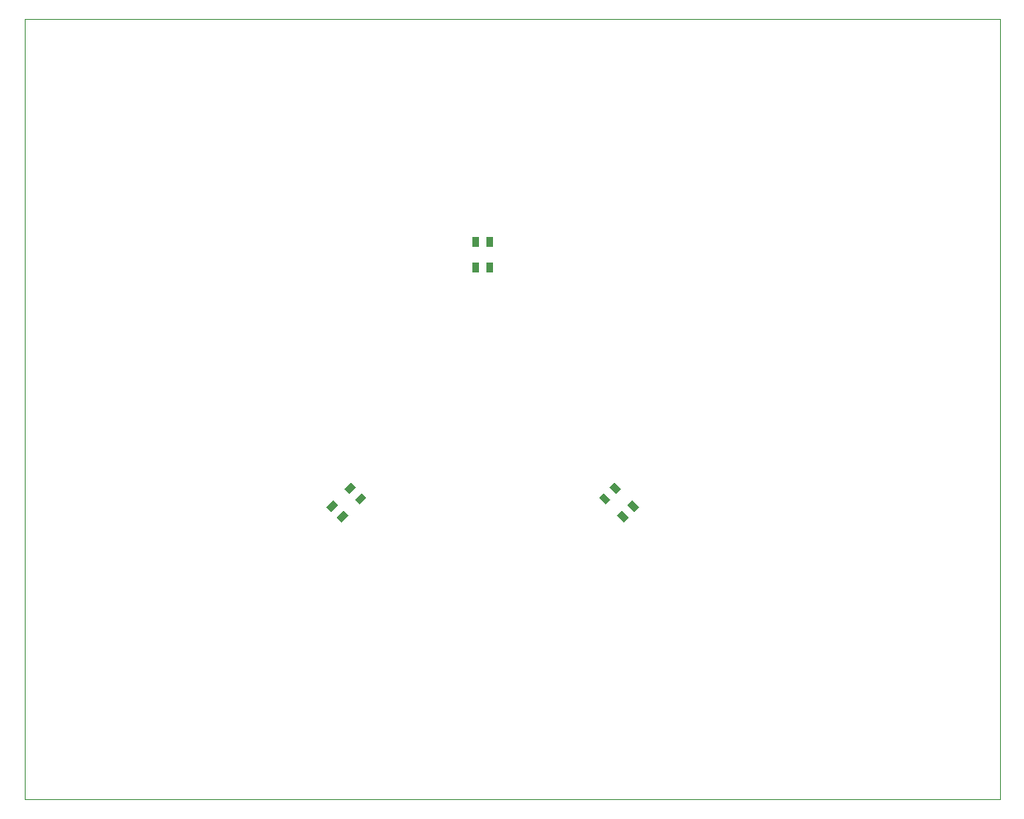
<source format=gbp>
G75*
%MOIN*%
%OFA0B0*%
%FSLAX24Y24*%
%IPPOS*%
%LPD*%
%AMOC8*
5,1,8,0,0,1.08239X$1,22.5*
%
%ADD10C,0.0000*%
%ADD11R,0.0276X0.0394*%
D10*
X000100Y000100D02*
X000100Y031596D01*
X039470Y031596D01*
X039470Y000100D01*
X000100Y000100D01*
D11*
G36*
X012988Y011765D02*
X013183Y011570D01*
X012906Y011293D01*
X012711Y011488D01*
X012988Y011765D01*
G37*
G36*
X012570Y012183D02*
X012765Y011988D01*
X012488Y011711D01*
X012293Y011906D01*
X012570Y012183D01*
G37*
G36*
X013294Y012907D02*
X013489Y012712D01*
X013212Y012435D01*
X013017Y012630D01*
X013294Y012907D01*
G37*
G36*
X013712Y012489D02*
X013907Y012294D01*
X013630Y012017D01*
X013435Y012212D01*
X013712Y012489D01*
G37*
G36*
X023293Y012294D02*
X023488Y012489D01*
X023765Y012212D01*
X023570Y012017D01*
X023293Y012294D01*
G37*
G36*
X023711Y012712D02*
X023906Y012907D01*
X024183Y012630D01*
X023988Y012435D01*
X023711Y012712D01*
G37*
G36*
X024435Y011988D02*
X024630Y012183D01*
X024907Y011906D01*
X024712Y011711D01*
X024435Y011988D01*
G37*
G36*
X024017Y011570D02*
X024212Y011765D01*
X024489Y011488D01*
X024294Y011293D01*
X024017Y011570D01*
G37*
X018895Y021588D03*
X018305Y021588D03*
X018305Y022612D03*
X018895Y022612D03*
M02*

</source>
